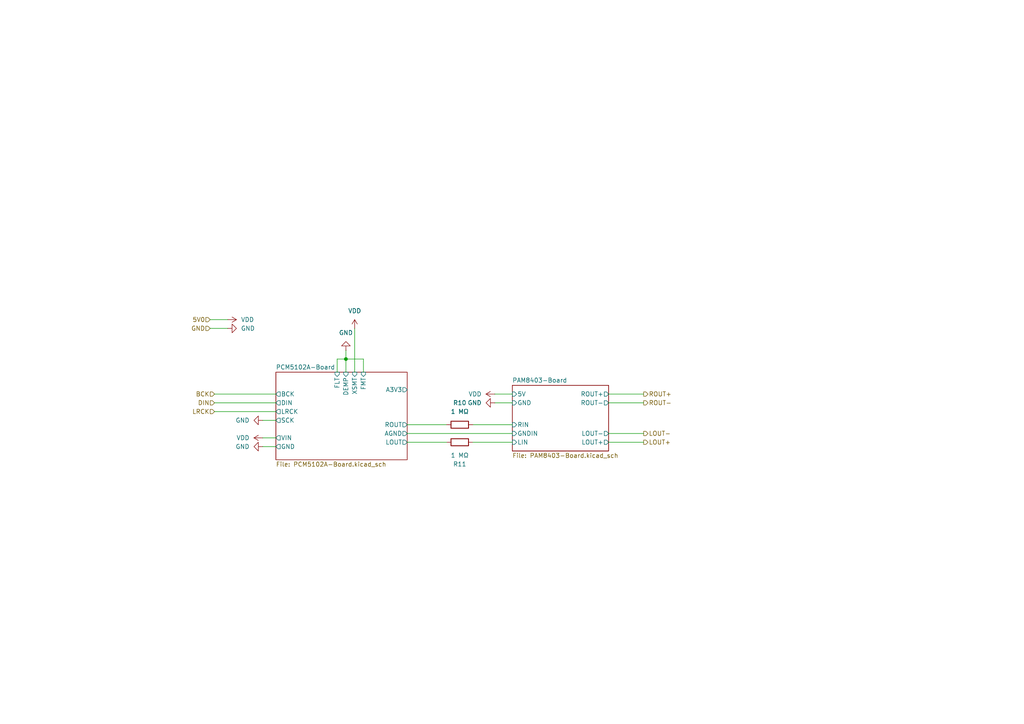
<source format=kicad_sch>
(kicad_sch (version 20250114) (generator "eeschema") (generator_version "9.0")
  (paper "A4")
  (lib_symbols
    (symbol "Device:R" (pin_numbers (hide yes)) (pin_names (offset 0))
      (property "Reference" "R" (at 2.032 0 90))
      (property "Value" "R" (at 0 0 90))
      (symbol "R_0_1"
        (rectangle (start -1.016 -2.54) (end 1.016 2.54) (stroke (width 0.254)))
      )
      (symbol "R_1_1"
        (pin passive line (at 0 3.81 270) (length 1.27) (name "~") (number "1"))
        (pin passive line (at 0 -3.81 90) (length 1.27) (name "~") (number "2"))
      )
    )
    (symbol "power:GND" (power) (pin_numbers (hide yes)) (pin_names (offset 0) (hide yes))
      (property "Value" "GND" (at 0 -3.81 0))
      (symbol "GND_0_1"
        (polyline (pts (xy 0 0) (xy 0 -1.27) (xy 1.27 -1.27) (xy 0 -2.54) (xy -1.27 -1.27) (xy 0 -1.27)))
      )
      (symbol "GND_1_1"
        (pin power_in line (at 0 0 270) (length 0) (name "~") (number "1"))
      )
    )
    (symbol "power:VDD" (power) (pin_numbers (hide yes)) (pin_names (offset 0) (hide yes))
      (property "Value" "VDD" (at 0 3.556 0))
      (symbol "VDD_0_1"
        (polyline (pts (xy -0.762 1.27) (xy 0 2.54)))
        (polyline (pts (xy 0 2.54) (xy 0.762 1.27)))
        (polyline (pts (xy 0 0) (xy 0 2.54)))
      )
      (symbol "VDD_1_1"
        (pin power_in line (at 0 0 90) (length 0) (name "~") (number "1"))
      )
    )
  )
  (junction (at 100.33 104.14))
  (wire (pts (xy 97.79 104.14) (xy 97.79 107.95)))
  (wire (pts (xy 60.96 95.25) (xy 66.04 95.25)))
  (wire (pts (xy 176.53 114.3) (xy 186.69 114.3)))
  (wire (pts (xy 105.41 104.14) (xy 100.33 104.14)))
  (wire (pts (xy 118.11 128.27) (xy 129.54 128.27)))
  (wire (pts (xy 102.87 95.25) (xy 102.87 107.95)))
  (wire (pts (xy 105.41 107.95) (xy 105.41 104.14)))
  (wire (pts (xy 143.51 114.3) (xy 148.59 114.3)))
  (wire (pts (xy 176.53 116.84) (xy 186.69 116.84)))
  (wire (pts (xy 100.33 104.14) (xy 97.79 104.14)))
  (wire (pts (xy 76.2 127) (xy 80.01 127)))
  (wire (pts (xy 137.16 123.19) (xy 148.59 123.19)))
  (wire (pts (xy 100.33 101.6) (xy 100.33 104.14)))
  (wire (pts (xy 118.11 123.19) (xy 129.54 123.19)))
  (wire (pts (xy 143.51 116.84) (xy 148.59 116.84)))
  (wire (pts (xy 62.23 119.38) (xy 80.01 119.38)))
  (wire (pts (xy 62.23 116.84) (xy 80.01 116.84)))
  (wire (pts (xy 62.23 114.3) (xy 80.01 114.3)))
  (wire (pts (xy 76.2 129.54) (xy 80.01 129.54)))
  (wire (pts (xy 176.53 128.27) (xy 186.69 128.27)))
  (wire (pts (xy 100.33 107.95) (xy 100.33 104.14)))
  (wire (pts (xy 176.53 125.73) (xy 186.69 125.73)))
  (wire (pts (xy 137.16 128.27) (xy 148.59 128.27)))
  (wire (pts (xy 60.96 92.71) (xy 66.04 92.71)))
  (wire (pts (xy 118.11 125.73) (xy 148.59 125.73)))
  (wire (pts (xy 76.2 121.92) (xy 80.01 121.92)))
  (hierarchical_label "ROUT-" (shape output) (at 186.69 116.84 0))
  (hierarchical_label "LRCK" (shape input) (at 62.23 119.38 180))
  (hierarchical_label "LOUT+" (shape output) (at 186.69 128.27 0))
  (hierarchical_label "LOUT-" (shape output) (at 186.69 125.73 0))
  (hierarchical_label "5V0" (shape input) (at 60.96 92.71 180))
  (hierarchical_label "ROUT+" (shape output) (at 186.69 114.3 0))
  (hierarchical_label "DIN" (shape input) (at 62.23 116.84 180))
  (hierarchical_label "GND" (shape input) (at 60.96 95.25 180))
  (hierarchical_label "BCK" (shape input) (at 62.23 114.3 180))
  (symbol (lib_id "Device:R") (at 133.35 123.19 90) (unit 1)
    (property "Reference" "R10" (at 133.35 116.84 90))
    (property "Value" "1 MΩ" (at 133.35 119.38 90))
    (property "Description" "Resistor" (effects (hide yes)))
  )
  (symbol (lib_id "power:VDD") (at 143.51 114.3 90) (unit 1)
    (property "Reference" "#PWR042" (effects (hide yes)))
    (property "Value" "VDD" (at 139.7 114.2999 90) (effects (justify left)))
    (property "Description" "Power symbol creates a global label with name \"VDD\"" (effects (hide yes)))
  )
  (symbol (lib_id "power:GND") (at 76.2 121.92 270) (unit 1)
    (property "Reference" "#PWR046" (effects (hide yes)))
    (property "Value" "GND" (at 72.39 121.9199 90) (effects (justify right)))
    (property "Description" "Power symbol creates a global label with name \"GND\" , ground" (effects (hide yes)))
  )
  (symbol (lib_id "power:GND") (at 100.33 101.6 180) (unit 1)
    (property "Reference" "#PWR045" (effects (hide yes)))
    (property "Value" "GND" (at 100.33 96.52 0))
    (property "Description" "Power symbol creates a global label with name \"GND\" , ground" (effects (hide yes)))
  )
  (symbol (lib_id "power:VDD") (at 76.2 127 90) (unit 1)
    (property "Reference" "#PWR043" (effects (hide yes)))
    (property "Value" "VDD" (at 72.39 126.9999 90) (effects (justify left)))
    (property "Description" "Power symbol creates a global label with name \"VDD\"" (effects (hide yes)))
  )
  (symbol (lib_id "Device:R") (at 133.35 128.27 90) (mirror x) (unit 1)
    (property "Reference" "R11" (at 133.35 134.62 90))
    (property "Value" "1 MΩ" (at 133.35 132.08 90))
    (property "Description" "Resistor" (effects (hide yes)))
  )
  (symbol (lib_id "power:GND") (at 143.51 116.84 270) (unit 1)
    (property "Reference" "#PWR041" (effects (hide yes)))
    (property "Value" "GND" (at 139.7 116.8399 90) (effects (justify right)))
    (property "Description" "Power symbol creates a global label with name \"GND\" , ground" (effects (hide yes)))
  )
  (symbol (lib_id "power:GND") (at 76.2 129.54 270) (unit 1)
    (property "Reference" "#PWR044" (effects (hide yes)))
    (property "Value" "GND" (at 72.39 129.5399 90) (effects (justify right)))
    (property "Description" "Power symbol creates a global label with name \"GND\" , ground" (effects (hide yes)))
  )
  (symbol (lib_id "power:VDD") (at 102.87 95.25 0) (unit 1)
    (property "Reference" "#PWR048" (effects (hide yes)))
    (property "Value" "VDD" (at 102.87 90.17 0))
    (property "Description" "Power symbol creates a global label with name \"VDD\"" (effects (hide yes)))
  )
  (symbol (lib_id "power:GND") (at 66.04 95.25 90) (unit 1)
    (property "Reference" "#PWR047" (effects (hide yes)))
    (property "Value" "GND" (at 69.85 95.2499 90) (effects (justify right)))
    (property "Description" "Power symbol creates a global label with name \"GND\" , ground" (effects (hide yes)))
  )
  (symbol (lib_id "power:VDD") (at 66.04 92.71 270) (unit 1)
    (property "Reference" "#PWR049" (effects (hide yes)))
    (property "Value" "VDD" (at 69.85 92.7099 90) (effects (justify left)))
    (property "Description" "Power symbol creates a global label with name \"VDD\"" (effects (hide yes)))
  )
  (sheet (at 148.59 111.76) (size 27.94 19.05) (stroke (width 0.1524))
    (property "Sheetname" "PAM8403-Board" (at 148.59 111.0484 0) (effects (justify left bottom)))
    (property "Sheetfile" "PAM8403-Board.kicad_sch" (at 148.59 131.3946 0) (effects (justify left top)))
    (pin "5V" input (at 148.59 114.3 180))
    (pin "GND" input (at 148.59 116.84 180))
    (pin "GNDIN" input (at 148.59 125.73 180))
    (pin "LIN" input (at 148.59 128.27 180))
    (pin "LOUT+" output (at 176.53 128.27 0))
    (pin "LOUT-" output (at 176.53 125.73 0))
    (pin "RIN" input (at 148.59 123.19 180))
    (pin "ROUT+" output (at 176.53 114.3 0))
    (pin "ROUT-" output (at 176.53 116.84 0))
  )
  (sheet (at 80.01 107.95) (size 38.1 25.4) (stroke (width 0.1524))
    (property "Sheetname" "PCM5102A-Board" (at 80.01 107.2384 0) (effects (justify left bottom)))
    (property "Sheetfile" "PCM5102A-Board.kicad_sch" (at 80.01 133.9346 0) (effects (justify left top)))
    (pin "BCK" output (at 80.01 114.3 180))
    (pin "DIN" output (at 80.01 116.84 180))
    (pin "GND" output (at 80.01 129.54 180))
    (pin "LRCK" output (at 80.01 119.38 180))
    (pin "SCK" output (at 80.01 121.92 180))
    (pin "VIN" output (at 80.01 127 180))
    (pin "A3V3" output (at 118.11 113.03 0))
    (pin "AGND" output (at 118.11 125.73 0))
    (pin "DEMP" input (at 100.33 107.95 90))
    (pin "FLT" input (at 97.79 107.95 90))
    (pin "FMT" input (at 105.41 107.95 90))
    (pin "LOUT" output (at 118.11 128.27 0))
    (pin "ROUT" output (at 118.11 123.19 0))
    (pin "XSMT" input (at 102.87 107.95 90))
  )
)
</source>
